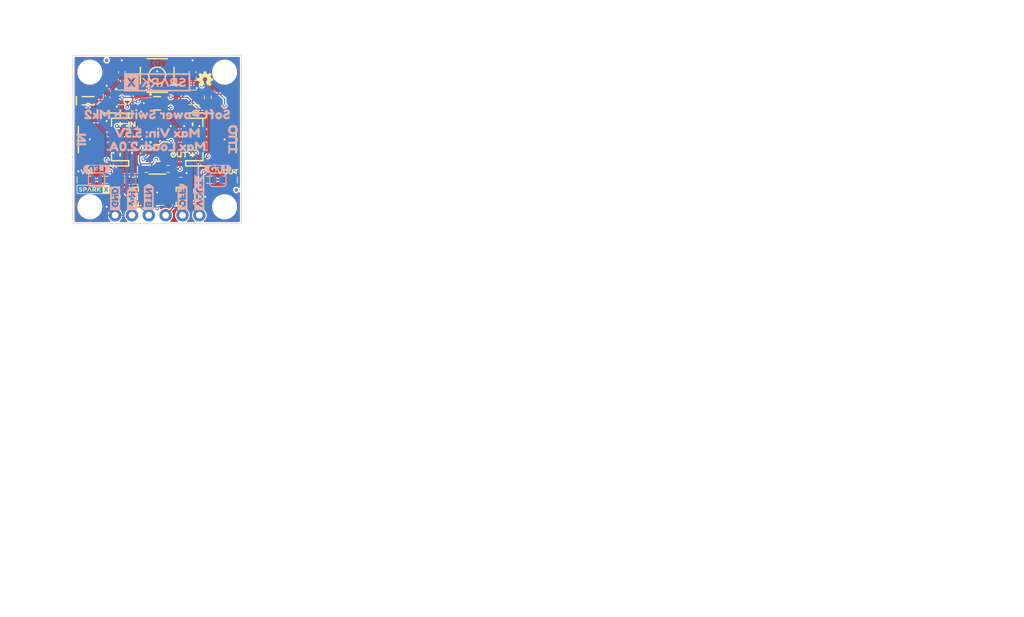
<source format=kicad_pcb>
(kicad_pcb (version 20240108) (generator "pcbnew") (generator_version "8.0")
  (title_block (title "SparkX Soft Power Switch Mk2") (date "2024-03-13") (rev "v01") (comment 1 "Designed by: Paul Clark"))
  (layers (0 "F.Cu" signal) (31 "B.Cu" signal) (34 "B.Paste" user) (35 "F.Paste" user) (36 "B.SilkS" user "B.Silkscreen") (37 "F.SilkS" user "F.Silkscreen") (38 "B.Mask" user) (39 "F.Mask" user) (44 "Edge.Cuts" user))
  (net 0 "")
  (net 1 "GND")
  (net 2 "BTN")
  (net 3 "Net-(C2-Pad1)")
  (net 4 "Net-(D2-A)")
  (net 5 "Net-(D3-A)")
  (net 8 "VOUT")
  (net 11 "Net-(JP1-A)")
  (net 12 "Net-(JP2-A)")
  (net 13 "Net-(Q1-G)")
  (net 14 "Net-(Q1-D)")
  (net 15 "Net-(U4-CLK)")
  (net 16 "Net-(U4-~{CLR})")
  (net 17 "Net-(Q3B-1)")
  (net 18 "Net-(Q2-G)")
  (net 19 "OFF")
  (net 20 "VIN")
  (net 21 "PUSH")
  (net 22 "Net-(Q3A-G)")
  (net 23 "Net-(Q3A-D)")
  (net 24 "EN")
  (footprint "SparkFun-Semiconductor-Standard:SOT23-6-Tight" (layer "F.Cu") (at 128.27 113.792)
    (property "Reference" "Q3")
    (property "Value" "SIL2308")
    (pad "1" smd rect (at -1.2 -0.95 270) (size 0.55 0.8) (layers "F.Cu" "F.Paste" "F.Mask") (net 22 "Net-(Q3A-G)"))
    (pad "2" smd rect (at -1.2 0 270) (size 0.55 0.8) (layers "F.Cu" "F.Paste" "F.Mask") (net 17 "Net-(Q3B-1)"))
    (pad "3" smd rect (at -1.2 0.95 270) (size 0.55 0.8) (layers "F.Cu" "F.Paste" "F.Mask") (net 23 "Net-(Q3A-D)"))
    (pad "4" smd rect (at 1.2 0.95 270) (size 0.55 0.8) (layers "F.Cu" "F.Paste" "F.Mask") (net 8 "VOUT"))
    (pad "5" smd rect (at 1.2 0 90) (size 0.55 0.8) (layers "F.Cu" "F.Paste" "F.Mask") (net 1 "GND"))
    (pad "6" smd rect (at 1.2 -0.95 270) (size 0.55 0.8) (layers "F.Cu" "F.Paste" "F.Mask") (net 23 "Net-(Q3A-D)"))
  )
  (footprint "SparkFun-Aesthetic:Creative_Commons_License" (layer "F.Cu") (at 212.09 168.148)
    (property "Reference" "G3" (hide yes))
    (property "Value" "OSHW_Logo" (hide yes))
  )
  (footprint "SparkFun-Semiconductor-Standard:SOT-353" (layer "F.Cu") (at 122.936 105.41)
    (property "Reference" "U2")
    (property "Value" "74LVC1G14")
    (pad "1" smd rect (at -0.8 -0.65 270) (size 0.3 0.7) (layers "F.Cu" "F.Paste" "F.Mask"))
    (pad "2" smd rect (at -0.8 0 270) (size 0.3 0.7) (layers "F.Cu" "F.Paste" "F.Mask") (net 2 "BTN"))
    (pad "3" smd rect (at -0.8 0.65 270) (size 0.3 0.7) (layers "F.Cu" "F.Paste" "F.Mask") (net 1 "GND"))
    (pad "4" smd rect (at 0.8 0.65 270) (size 0.3 0.7) (layers "F.Cu" "F.Paste" "F.Mask") (net 15 "Net-(U4-CLK)"))
    (pad "5" smd rect (at 0.8 -0.65 270) (size 0.3 0.7) (layers "F.Cu" "F.Paste" "F.Mask") (net 20 "VIN"))
  )
  (footprint "SparkFun-Connector:1x06" (layer "F.Cu") (at 134.62 123.19 180)
    (property "Reference" "J3")
    (property "Value" "Conn_01x06")
    (pad "1" thru_hole circle (at 0 0 270) (size 1.8796 1.8796) (drill 1.016) (layers "*.Cu" "*.Mask") (net 8 "VOUT"))
    (pad "2" thru_hole circle (at 2.54 0 270) (size 1.8796 1.8796) (drill 1.016) (layers "*.Cu" "*.Mask") (net 19 "OFF"))
    (pad "3" thru_hole circle (at 5.08 0 270) (size 1.8796 1.8796) (drill 1.016) (layers "*.Cu" "*.Mask") (net 21 "PUSH"))
    (pad "4" thru_hole circle (at 7.62 0 270) (size 1.8796 1.8796) (drill 1.016) (layers "*.Cu" "*.Mask") (net 2 "BTN"))
    (pad "5" thru_hole circle (at 10.16 0 270) (size 1.8796 1.8796) (drill 1.016) (layers "*.Cu" "*.Mask") (net 20 "VIN"))
    (pad "6" thru_hole circle (at 12.7 0 270) (size 1.8796 1.8796) (drill 1.016) (layers "*.Cu" "*.Mask") (net 1 "GND"))
  )
  (footprint "kibuzzard-65F1758C" (layer "F.Cu") (at 124.46 109.474)
    (property "Reference" "kibuzzard-65F1758C" (hide yes))
    (property "Value" "G***" (hide yes))
  )
  (footprint "SparkFun-Resistor:R_0603_1608Metric" (layer "F.Cu") (at 134.366 120.396 -90)
    (property "Reference" "R8")
    (property "Value" "1k")
    (pad "1" smd roundrect (at -0.825 0 270) (size 0.8 0.95) (layers "F.Cu" "F.Paste" "F.Mask") (net 15 "Net-(U4-CLK)"))
    (pad "2" smd roundrect (at 0.825 0 270) (size 0.8 0.95) (layers "F.Cu" "F.Paste" "F.Mask") (net 18 "Net-(Q2-G)"))
  )
  (footprint "SparkFun-Resistor:R_0603_1608Metric" (layer "F.Cu") (at 135.89 117.856)
    (property "Reference" "R4")
    (property "Value" "10k")
    (pad "1" smd roundrect (at -0.825 0) (size 0.8 0.95) (layers "F.Cu" "F.Paste" "F.Mask") (net 12 "Net-(JP2-A)"))
    (pad "2" smd roundrect (at 0.825 0) (size 0.8 0.95) (layers "F.Cu" "F.Paste" "F.Mask") (net 5 "Net-(D3-A)"))
  )
  (footprint "SparkFun-Resistor:R_0603_1608Metric" (layer "F.Cu") (at 135.89 105.41 90)
    (property "Reference" "R1")
    (property "Value" "1k")
    (pad "1" smd roundrect (at -0.825 0 90) (size 0.8 0.95) (layers "F.Cu" "F.Paste" "F.Mask") (net 20 "VIN"))
    (pad "2" smd roundrect (at 0.825 0 90) (size 0.8 0.95) (layers "F.Cu" "F.Paste" "F.Mask") (net 2 "BTN"))
  )
  (footprint "SparkFun-Hardware:Standoff" (layer "F.Cu") (at 138.43 121.92)
    (property "Reference" "ST4")
    (property "Value" "Stand_off")
    (pad "" np_thru_hole circle (at 0 0) (size 3.302 3.302) (drill 3.302) (layers "F&B.Cu" "*.Mask"))
  )
  (footprint "SparkFun-LED:LED_0603_1608Metric_Red" (layer "F.Cu") (at 138.938 117.856 180)
    (property "Reference" "D3")
    (property "Value" "Red")
    (pad "1" smd roundrect (at -0.7875 0 180) (size 0.875 0.95) (layers "F.Cu" "F.Paste" "F.Mask") (net 1 "GND"))
    (pad "2" smd roundrect (at 0.7875 0 180) (size 0.875 0.95) (layers "F.Cu" "F.Paste" "F.Mask") (net 5 "Net-(D3-A)"))
  )
  (footprint "SparkFun-Aesthetic:Fiducial_0.5mm_Mask1mm" (layer "F.Cu") (at 140.208 119.38)
    (property "Reference" "FID4")
    (property "Value" "Fiducial_0.5mm")
    (pad "" smd circle (at 0 0) (size 0.5 0.5) (layers "F.Cu" "F.Mask") (clearance 0.25))
  )
  (footprint "SparkFun-Aesthetic:SparkX_Logo_5mm" (layer "F.Cu") (at 118.618 119.2784)
    (property "Reference" "G***")
    (property "Value" "LOGO" (hide yes))
  )
  (footprint "SparkFun-Semiconductor-Standard:SOT23-3" (layer "F.Cu") (at 124.714 120.396)
    (property "Reference" "Q1")
    (property "Value" "BSS138")
    (pad "1" smd rect (at -1 -0.95 270) (size 0.8 0.9) (layers "F.Cu" "F.Paste" "F.Mask") (net 13 "Net-(Q1-G)"))
    (pad "2" smd rect (at -1 0.95 270) (size 0.8 0.9) (layers "F.Cu" "F.Paste" "F.Mask") (net 1 "GND"))
    (pad "3" smd rect (at 1.1 0 270) (size 0.8 0.9) (layers "F.Cu" "F.Paste" "F.Mask") (net 14 "Net-(Q1-D)"))
  )
  (footprint "SparkFun-Aesthetic:Fiducial_0.5mm_Mask1mm" (layer "F.Cu") (at 120.65 99.822)
    (property "Reference" "FID1")
    (property "Value" "Fiducial_0.5mm")
    (pad "" smd circle (at 0 0) (size 0.5 0.5) (layers "F.Cu" "F.Mask") (clearance 0.25))
  )
  (footprint "SparkFun-Resistor:R_0603_1608Metric" (layer "F.Cu") (at 122.174 120.396 -90)
    (property "Reference" "R6")
    (property "Value" "1k")
    (pad "1" smd roundrect (at -0.825 0 270) (size 0.8 0.95) (layers "F.Cu" "F.Paste" "F.Mask") (net 13 "Net-(Q1-G)"))
    (pad "2" smd roundrect (at 0.825 0 270) (size 0.8 0.95) (layers "F.Cu" "F.Paste" "F.Mask") (net 19 "OFF"))
  )
  (footprint "SparkFun-Connector:JST_SMD_2.0mm-2" (layer "F.Cu") (at 137.16 111.76 -90)
    (property "Reference" "J2")
    (property "Value" "JST_2mm_LiPo")
    (pad "1" smd rect (at -1 3.7 270) (size 1 4.6) (layers "F.Cu" "F.Paste" "F.Mask") (net 1 "GND"))
    (pad "2" smd rect (at 1 3.7 270) (size 1 4.6) (layers "F.Cu" "F.Paste" "F.Mask") (net 8 "VOUT"))
    (pad "NC1" smd rect (at -3.4 -1.5) (size 3.4 1.6) (layers "F.Cu" "F.Paste" "F.Mask"))
    (pad "NC2" smd rect (at 3.4 -1.5) (size 3.4 1.6) (layers "F.Cu" "F.Paste" "F.Mask"))
  )
  (footprint "kibuzzard-65F0636B" (layer "F.Cu") (at 138.938 116.6368)
    (property "Reference" "kibuzzard-65F0636B" (hide yes))
    (property "Value" "G***" (hide yes))
  )
  (footprint "SparkFun-Resistor:R_0603_1608Metric" (layer "F.Cu") (at 120.65 117.856 180)
    (property "Reference" "R3")
    (property "Value" "10k")
    (pad "1" smd roundrect (at -0.825 0 180) (size 0.8 0.95) (layers "F.Cu" "F.Paste" "F.Mask") (net 11 "Net-(JP1-A)"))
    (pad "2" smd roundrect (at 0.825 0 180) (size 0.8 0.95) (layers "F.Cu" "F.Paste" "F.Mask") (net 4 "Net-(D2-A)"))
  )
  (footprint "SparkFun-Capacitor:C_0603_1608Metric" (layer "F.Cu") (at 133.604 101.6 90)
    (property "Reference" "C4")
    (property "Value" "0.1uF")
    (pad "1" smd roundrect (at -0.775 0 90) (size 0.9 0.95) (layers "F.Cu" "F.Paste" "F.Mask") (net 20 "VIN"))
    (pad "2" smd roundrect (at 0.775 0 90) (size 0.9 0.95) (layers "F.Cu" "F.Paste" "F.Mask") (net 1 "GND"))
  )
  (footprint "kibuzzard-65F04FCA" (layer "F.Cu") (at 122.682 114.046 90)
    (property "Reference" "kibuzzard-65F04FCA" (hide yes))
    (property "Value" "G***" (hide yes))
  )
  (footprint "SparkFun-Resistor:R_0603_1608Metric" (layer "F.Cu") (at 124.714 117.983)
    (property "Reference" "R5")
    (property "Value" "100")
    (pad "1" smd roundrect (at -0.825 0) (size 0.8 0.95) (layers "F.Cu" "F.Paste" "F.Mask") (net 3 "Net-(C2-Pad1)"))
    (pad "2" smd roundrect (at 0.825 0) (size 0.8 0.95) (layers "F.Cu" "F.Paste" "F.Mask") (net 14 "Net-(Q1-D)"))
  )
  (footprint "kibuzzard-65F04F60" (layer "F.Cu") (at 122.682 109.474)
    (property "Reference" "kibuzzard-65F04F60" (hide yes))
    (property "Value" "G***" (hide yes))
  )
  (footprint "SparkFun-Capacitor:EIA-3528" (layer "F.Cu") (at 128.27 119.38 -90)
    (property "Reference" "C2")
    (property "Value" "47uF")
    (pad "1" smd roundrect (at -1.5375 0 270) (size 1.325 2.35) (layers "F.Cu" "F.Paste" "F.Mask") (roundrect_rratio 0.188679) (net 3 "Net-(C2-Pad1)"))
    (pad "2" smd roundrect (at 1.5375 0 270) (size 1.325 2.35) (layers "F.Cu" "F.Paste" "F.Mask") (roundrect_rratio 0.188679) (net 1 "GND"))
  )
  (footprint "SparkFun-Capacitor:C_0603_1608Metric" (layer "F.Cu") (at 122.936 101.6 90)
    (property "Reference" "C3")
    (property "Value" "1.0uF")
    (pad "1" smd roundrect (at -0.775 0 90) (size 0.9 0.95) (layers "F.Cu" "F.Paste" "F.Mask") (net 20 "VIN"))
    (pad "2" smd roundrect (at 0.775 0 90) (size 0.9 0.95) (layers "F.Cu" "F.Paste" "F.Mask") (net 1 "GND"))
  )
  (footprint "SparkFun-Semiconductor-Standard:SOT-323" (layer "F.Cu") (at 128.27 106.299)
    (property "Reference" "U4")
    (property "Value" "74LVC1G175")
    (pad "1" smd rect (at -0.92 -0.65 90) (size 0.3 0.66) (layers "F.Cu" "F.Paste" "F.Mask") (net 15 "Net-(U4-CLK)"))
    (pad "2" smd rect (at -0.92 0 90) (size 0.3 0.66) (layers "F.Cu" "F.Paste" "F.Mask") (net 1 "GND"))
    (pad "3" smd rect (at -0.92 0.65 90) (size 0.3 0.66) (layers "F.Cu" "F.Paste" "F.Mask") (net 20 "VIN"))
    (pad "4" smd rect (at 0.92 0.65 90) (size 0.3 0.66) (layers "F.Cu" "F.Paste" "F.Mask") (net 24 "EN"))
    (pad "5" smd rect (at 0.92 0 90) (size 0.3 0.66) (layers "F.Cu" "F.Paste" "F.Mask") (net 20 "VIN"))
    (pad "6" smd rect (at 0.92 -0.65 90) (size 0.3 0.66) (layers "F.Cu" "F.Paste" "F.Mask") (net 16 "Net-(U4-~{CLR})"))
  )
  (footprint "SparkFun-Semiconductor-Standard:SOD-323" (layer "F.Cu") (at 117.856 105.918)
    (property "Reference" "D1")
    (property "Value" "BAS16J")
    (pad "A" smd rect (at 1.15 0) (size 0.63 0.83) (layers "F.Cu" "F.Paste" "F.Mask") (net 2 "BTN"))
    (pad "C" smd rect (at -1.15 0) (size 0.63 0.83) (layers "F.Cu" "F.Paste" "F.Mask") (net 3 "Net-(C2-Pad1)"))
  )
  (footprint "SparkFun-Hardware:Standoff" (layer "F.Cu") (at 138.43 101.6)
    (property "Reference" "ST3")
    (property "Value" "Stand_off")
    (pad "" np_thru_hole circle (at 0 0) (size 3.302 3.302) (drill 3.302) (layers "F&B.Cu" "*.Mask"))
  )
  (footprint "kibuzzard-65F04F60" (layer "F.Cu") (at 133.604 114.046)
    (property "Reference" "kibuzzard-65F04F60" (hide yes))
    (property "Value" "G***" (hide yes))
  )
  (footprint "SparkFun-Resistor:R_0603_1608Metric" (layer "F.Cu") (at 131.826 117.983)
    (property "Reference" "R7")
    (property "Value" "10k")
    (pad "1" smd roundrect (at -0.825 0) (size 0.8 0.95) (layers "F.Cu" "F.Paste" "F.Mask") (net 19 "OFF"))
    (pad "2" smd roundrect (at 0.825 0) (size 0.8 0.95) (layers "F.Cu" "F.Paste" "F.Mask") (net 1 "GND"))
  )
  (footprint "SparkFun-Semiconductor-Standard:SOT-353" (layer "F.Cu") (at 133.604 105.41 180)
    (property "Reference" "U3")
    (property "Value" "74LVC1G17")
    (pad "1" smd rect (at -0.8 -0.65 90) (size 0.3 0.7) (layers "F.Cu" "F.Paste" "F.Mask"))
    (pad "2" smd rect (at -0.8 0 90) (size 0.3 0.7) (layers "F.Cu" "F.Paste" "F.Mask") (net 3 "Net-(C2-Pad1)"))
    (pad "3" smd rect (at -0.8 0.65 90) (size 0.3 0.7) (layers "F.Cu" "F.Paste" "F.Mask") (net 1 "GND"))
    (pad "4" smd rect (at 0.8 0.65 90) (size 0.3 0.7) (layers "F.Cu" "F.Paste" "F.Mask") (net 16 "Net-(U4-~{CLR})"))
    (pad "5" smd rect (at 0.8 -0.65 90) (size 0.3 0.7) (layers "F.Cu" "F.Paste" "F.Mask") (net 20 "VIN"))
  )
  (footprint "SparkFun-Resistor:R_0603_1608Metric" (layer "F.Cu") (at 138.43 105.918)
    (property "Reference" "R2")
    (property "Value" "200k")
    (pad "1" smd roundrect (at -0.825 0) (size 0.8 0.95) (layers "F.Cu" "F.Paste" "F.Mask") (net 3 "Net-(C2-Pad1)"))
    (pad "2" smd roundrect (at 0.825 0) (size 0.8 0.95) (layers "F.Cu" "F.Paste" "F.Mask") (net 2 "BTN"))
  )
  (footprint "SparkFun-Connector:JST_SMD_2.0mm-2" (layer "F.Cu") (at 119.38 111.76 90)
    (property "Reference" "J1")
    (property "Value" "JST_2mm_LiPo")
    (pad "1" smd rect (at -1 3.7 90) (size 1 4.6) (layers "F.Cu" "F.Paste" "F.Mask") (net 1 "GND"))
    (pad "2" smd rect (at 1 3.7 90) (size 1 4.6) (layers "F.Cu" "F.Paste" "F.Mask") (net 20 "VIN"))
    (pad "NC1" smd rect (at -3.4 -1.5 180) (size 3.4 1.6) (layers "F.Cu" "F.Paste" "F.Mask"))
    (pad "NC2" smd rect (at 3.4 -1.5 180) (size 3.4 1.6) (layers "F.Cu" "F.Paste" "F.Mask"))
  )
  (footprint "kibuzzard-65F0634B" (layer "F.Cu") (at 117.602 116.6368)
    (property "Reference" "kibuzzard-65F0634B" (hide yes))
    (property "Value" "G***" (hide yes))
  )
  (footprint "SparkFun-Resistor:R_0603_1608Metric" (layer "F.Cu") (at 129.921 116.205)
    (property "Reference" "R9")
    (property "Value" "1k")
    (pad "1" smd roundrect (at -0.825 0) (size 0.8 0.95) (layers "F.Cu" "F.Paste" "F.Mask") (net 22 "Net-(Q3A-G)"))
    (pad "2" smd roundrect (at 0.825 0) (size 0.8 0.95) (layers "F.Cu" "F.Paste" "F.Mask") (net 24 "EN"))
  )
  (footprint "SparkFun-LED:LED_0603_1608Metric_Red" (layer "F.Cu") (at 117.602 117.856)
    (property "Reference" "D2")
    (property "Value" "Red")
    (pad "1" smd roundrect (at -0.7875 0) (size 0.875 0.95) (layers "F.Cu" "F.Paste" "F.Mask") (net 1 "GND"))
    (pad "2" smd roundrect (at 0.7875 0) (size 0.875 0.95) (layers "F.Cu" "F.Paste" "F.Mask") (net 4 "Net-(D2-A)"))
  )
  (footprint "SparkFun-Switch:Push_SMD_5.2x5.2mm_h1.9mm" (layer "F.Cu") (at 128.27 102.108)
    (property "Reference" "SW1")
    (property "Value" "SMD_5.2x5.2mm_h1.9mm")
    (pad "1" smd rect (at -2.794 -1.905 90) (size 0.762 1.524) (layers "F.Cu" "F.Paste" "F.Mask") (net 1 "GND"))
    (pad "1" smd rect (at 2.794 -1.905 90) (size 0.762 1.524) (layers "F.Cu" "F.Paste" "F.Mask") (net 1 "GND"))
    (pad "2" smd rect (at -2.794 1.905 90) (size 0.762 1.524) (layers "F.Cu" "F.Paste" "F.Mask") (net 2 "BTN"))
    (pad "2" smd rect (at 2.794 1.905 90) (size 0.762 1.524) (layers "F.Cu" "F.Paste" "F.Mask") (net 2 "BTN"))
  )
  (footprint "SparkFun-Capacitor:C_0603_1608Metric" (layer "F.Cu") (at 120.65 105.41 90)
    (property "Reference" "C1")
    (property "Value" "1.0uF")
    (pad "1" smd roundrect (at -0.775 0 90) (size 0.9 0.95) (layers "F.Cu" "F.Paste" "F.Mask") (net 2 "BTN"))
    (pad "2" smd roundrect (at 0.775 0 90) (size 0.9 0.95) (layers "F.Cu" "F.Paste" "F.Mask") (net 1 "GND"))
  )
  (footprint "SparkFun-Resistor:R_0603_1608Metric" (layer "F.Cu") (at 126.619 116.205 180)
    (property "Reference" "R10")
    (property "Value" "100k")
    (pad "1" smd roundrect (at -0.825 0 180) (size 0.8 0.95) (layers "F.Cu" "F.Paste" "F.Mask") (net 23 "Net-(Q3A-D)"))
    (pad "2" smd roundrect (at 0.825 0 180) (size 0.8 0.95) (layers "F.Cu" "F.Paste" "F.Mask") (net 17 "Net-(Q3B-1)"))
  )
  (footprint "kibuzzard-65F04FCA" (layer "F.Cu") (at 133.604 109.474 90)
    (property "Reference" "kibuzzard-65F04FCA" (hide yes))
    (property "Value" "G***" (hide yes))
  )
  (footprint "SparkFun-Hardware:Standoff" (layer "F.Cu") (at 118.11 101.6)
    (property "Reference" "ST1")
    (property "Value" "Stand_off")
    (pad "" np_thru_hole circle (at 0 0) (size 3.302 3.302) (drill 3.302) (layers "F&B.Cu" "*.Mask"))
  )
  (footprint "SparkFun-Fuse:1210" (layer "F.Cu") (at 128.27 109.855 90)
    (property "Reference" "F1")
    (property "Value" "6V/2.0A/4.0A")
    (pad "1" smd rect (at -1.5 0 90) (size 1 2.8) (layers "F.Cu" "F.Paste" "F.Mask") (net 17 "Net-(Q3B-1)"))
    (pad "2" smd rect (at 1.5 0 90) (size 1 2.8) (layers "F.Cu" "F.Paste" "F.Mask") (net 20 "VIN"))
  )
  (footprint "SparkFun-Aesthetic:OSHW_Logo_2.5mm" (layer "F.Cu") (at 135.4836 102.7176)
    (property "Reference" "Ref**" (hide yes))
    (property "Value" "Val**" (hide yes))
  )
  (footprint "SparkFun-Semiconductor-Standard:SOT23-3" (layer "F.Cu") (at 131.826 120.396 180)
    (property "Reference" "Q2")
    (property "Value" "BSS138")
    (pad "1" smd rect (at -1 -0.95 90) (size 0.8 0.9) (layers "F.Cu" "F.Paste" "F.Mask") (net 18 "Net-(Q2-G)"))
    (pad "2" smd rect (at -1 0.95 90) (size 0.8 0.9) (layers "F.Cu" "F.Paste" "F.Mask") (net 1 "GND"))
    (pad "3" smd rect (at 1.1 0 90) (size 0.8 0.9) (layers "F.Cu" "F.Paste" "F.Mask") (net 21 "PUSH"))
  )
  (footprint "kibuzzard-65F174FD" (layer "F.Cu") (at 131.572 114.046)
    (property "Reference" "kibuzzard-65F174FD" (hide yes))
    (property "Value" "G***" (hide yes))
  )
  (footprint "SparkFun-Hardware:Standoff" (layer "F.Cu") (at 118.11 121.92)
    (property "Reference" "ST2")
    (property "Value" "Stand_off")
    (pad "" np_thru_hole circle (at 0 0) (size 3.302 3.302) (drill 3.302) (layers "F&B.Cu" "*.Mask"))
  )
  (footprint "SparkFun-Aesthetic:Fiducial_0.5mm_Mask1mm" (layer "B.Cu") (at 120.65 99.822 180)
    (property "Reference" "FID3")
    (property "Value" "Fiducial_0.5mm")
    (pad "" smd circle (at 0 0 180) (size 0.5 0.5) (layers "B.Cu" "B.Mask") (clearance 0.25))
  )
  (footprint "kibuzzard-65F05472" (layer "B.Cu") (at 116.84 111.76 90)
    (property "Reference" "kibuzzard-65F05472" (hide yes))
    (property "Value" "G***" (hide yes))
  )
  (footprint "kibuzzard-65F056F7" (layer "B.Cu") (at 134.62 119.761 90)
    (property "Reference" "kibuzzard-65F056F7" (hide yes))
    (property "Value" "G***" (hide yes))
  )
  (footprint "SparkFun-Aesthetic:Fiducial_0.5mm_Mask1mm" (layer "B.Cu") (at 140.208 119.38 180)
    (property "Reference" "FID2")
    (property "Value" "Fiducial_0.5mm")
    (pad "" smd circle (at 0 0 180) (size 0.5 0.5) (layers "B.Cu" "B.Mask") (clearance 0.25))
  )
  (footprint "kibuzzard-65F054C3" (layer "B.Cu") (at 137.414 116.205 180)
    (property "Reference" "kibuzzard-65F054C3" (hide yes))
    (property "Value" "G***" (hide yes))
  )
  (footprint "kibuzzard-65F05604" (layer "B.Cu") (at 121.92 120.65 90)
    (property "Reference" "kibuzzard-65F05604" (hide yes))
    (property "Value" "G***" (hide yes))
  )
  (footprint "SparkFun-Jumper:Jumper_2_NC_Trace" (layer "B.Cu") (at 137.414 117.856)
    (property "Reference" "JP2")
    (property "Value" "~")
    (fp_poly (pts (xy -0.25 0.15) (xy 0.25 0.15) (xy 0.25 -0.15) (xy -0.25 -0.15)) (fill solid) (layer "B.Cu"))
    (pad "1" smd rect (at -0.5207 0) (size 0.6604 1.27) (layers "B.Cu" "B.Mask") (net 12 "Net-(JP2-A)"))
    (pad "2" smd rect (at 0.5207 0) (size 0.6604 1.27) (layers "B.Cu" "B.Mask") (net 8 "VOUT"))
  )
  (footprint "kibuzzard-65F056D8" (layer "B.Cu") (at 132.08 120.396 90)
    (property "Reference" "kibuzzard-65F056D8" (hide yes))
    (property "Value" "G***" (hide yes))
  )
  (footprint "SparkFun-Jumper:Jumper_2_NC_Trace" (layer "B.Cu") (at 119.126 117.856 180)
    (property "Reference" "JP1")
    (property "Value" "~")
    (fp_poly (pts (xy -0.25 0.15) (xy 0.25 0.15) (xy 0.25 -0.15) (xy -0.25 -0.15)) (fill solid) (layer "B.Cu"))
    (pad "1" smd rect (at -0.5207 0 180) (size 0.6604 1.27) (layers "B.Cu" "B.Mask") (net 11 "Net-(JP1-A)"))
    (pad "2" smd rect (at 0.5207 0 180) (size 0.6604 1.27) (layers "B.Cu" "B.Mask") (net 20 "VIN"))
  )
  (footprint "SparkFun-Aesthetic:SparkX_Logo_10mm" (layer "B.Cu") (at 128.27 103.124 180)
    (property "Reference" "G***" (hide yes))
    (property "Value" "LOGO" (hide yes))
  )
  (footprint "kibuzzard-65F05628" (layer "B.Cu") (at 124.46 120.65 90)
    (property "Reference" "kibuzzard-65F05628" (hide yes))
    (property "Value" "G***" (hide yes))
  )
  (footprint "kibuzzard-65F05644" (layer "B.Cu") (at 127 120.396 90)
    (property "Reference" "kibuzzard-65F05644" (hide yes))
    (property "Value" "G***" (hide yes))
  )
  (footprint "kibuzzard-65F054C3" (layer "B.Cu") (at 119.126 116.205 180)
    (property "Reference" "kibuzzard-65F054C3" (hide yes))
    (property "Value" "G***" (hide yes))
  )
  (footprint "kibuzzard-65F0543A" (layer "B.Cu") (at 128.27 112.776 180)
    (property "Reference" "kibuzzard-65F0543A" (hide yes))
    (property "Value" "G***" (hide yes))
  )
  (footprint "kibuzzard-65F05416" (layer "B.Cu") (at 128.27 110.744 180)
    (property "Reference" "kibuzzard-65F05416" (hide yes))
    (property "Value" "G***" (hide yes))
  )
  (footprint "kibuzzard-65F05495" (layer "B.Cu") (at 139.7 111.76 -90)
    (property "Reference" "kibuzzard-65F05495" (hide yes))
    (property "Value" "G***" (hide yes))
  )
  (footprint "kibuzzard-65F053F1" (layer "B.Cu") (at 128.27 107.95 180)
    (property "Reference" "kibuzzard-65F053F1" (hide yes))
    (property "Value" "G***" (hide yes))
  )
  (gr_rect (start 115.57 99.06) (end 140.97 124.46) (stroke (width 0.1)) (fill none) (layer "Edge.Cuts"))
  (gr_text "v01" (at 128.27 100.203 0) (layer "B.Cu" knockout) (effects (font (size 1.016 1.016) (thickness 0.254) (bold yes)) (justify mirror)))
  (segment (start 123.08 113.682) (end 123.19 113.792) (width 0.5588) (layer "F.Cu") (net 1))
  (segment (start 133.46 110.76) (end 133.46 109.838) (width 0.5588) (layer "F.Cu") (net 1))
  (segment (start 119.11 112.76) (end 118.11 111.76) (width 0.5588) (layer "F.Cu") (net 1))
  (segment (start 133.46 110.76) (end 137.43 110.76) (width 0.5588) (layer "F.Cu") (net 1))
  (segment (start 132.334 109.728) (end 133.35 109.728) (width 0.5588) (layer "F.Cu") (net 1))
  (segment (start 130.572 110.76) (end 130.302 110.49) (width 0.5588) (layer "F.Cu") (net 1))
  (segment (start 130.302 110.49) (end 130.302 109.728) (width 0.5588) (layer "F.Cu") (net 1))
  (segment (start 123.08 112.76) (end 119.11 112.76) (width 0.5588) (layer "F.Cu") (net 1))
  (segment (start 133.35 109.728) (end 134.62 109.728) (width 0.5588) (layer "F.Cu") (net 1))
  (segment (start 137.43 110.76) (end 138.43 111.76) (width 0.5588) (layer "F.Cu") (net 1))
  (segment (start 121.666 113.792) (end 123.19 113.792) (width 0.5588) (layer "F.Cu") (net 1))
  (segment (start 123.08 112.76) (end 123.08 113.682) (width 0.5588) (layer "F.Cu") (net 1))
  (segment (start 133.46 110.76) (end 130.572 110.76) (width 0.5588) (layer "F.Cu") (net 1))
  (segment (start 133.46 109.838) (end 133.35 109.728) (width 0.5588) (layer "F.Cu") (net 1))
  (segment (start 123.19 113.792) (end 124.46 113.792) (width 0.5588) (layer "F.Cu") (net 1))
  (segment (start 121.92 123.19) (end 120.65 121.92) (width 0.5588) (layer "F.Cu") (net 1))
  (via (at 130.7084 113.9952) (size 0.56) (drill 0.3) (layers "F.Cu" "B.Cu") (net 1))
  (via (at 128.27 101.473) (size 0.56) (drill 0.3) (layers "F.Cu" "B.Cu") (net 1))
  (via (at 120.65 103.632) (size 0.56) (drill 0.3) (layers "F.Cu" "B.Cu") (net 1))
  (via (at 134.239 104.013) (size 0.56) (drill 0.3) (layers "F.Cu" "B.Cu") (net 1))
  (via (at 116.3828 116.586) (size 0.56) (drill 0.3) (layers "F.Cu" "B.Cu") (net 1))
  (via (at 132.715 116.84) (size 0.56) (drill 0.3) (layers "F.Cu" "B.Cu") (net 1))
  (via (at 138.43 111.76) (size 0.56) (drill 0.3) (layers "F.Cu" "B.Cu") (net 1))
  (via (at 125.984 111.76) (size 0.56) (drill 0.3) (layers "F.Cu" "B.Cu") (net 1))
  (via (at 125.857 107.569) (size 0.56) (drill 0.3) (layers "F.Cu" "B.Cu") (net 1))
  (via (at 133.604 99.822) (size 0.56) (drill 0.3) (layers "F.Cu" "B.Cu") (net 1))
  (via (at 135.509 120.396) (size 0.56) (drill 0.3) (layers "F.Cu" "B.Cu") (net 1))
  (via (at 122.174 106.807) (size 0.56) (drill 0.3) (layers "F.Cu" "B.Cu") (net 1))
  (via (at 128.27 119.761) (size 0.56) (drill 0.3) (layers "F.Cu" "B.Cu") (net 1))
  (via (at 118.11 111.76) (size 0.56) (drill 0.3) (layers "F.Cu" "B.Cu") (net 1))
  (via (at 121.666 113.792) (size 0.56) (drill 0.3) (layers "F.Cu" "B.Cu") (net 1))
  (via (at 126.238 106.299) (size 0.56) (drill 0.3) (layers "F.Cu" "B.Cu") (net 1))
  (via (at 139.9032 116.6876) (size 0.56) (drill 0.3) (layers "F.Cu" "B.Cu") (net 1))
  (via (at 132.334 109.728) (size 0.56) (drill 0.3) (layers "F.Cu" "B.Cu") (net 1))
  (via (at 120.65 121.92) (size 0.56) (drill 0.3) (layers "F.Cu" "B.Cu") (net 1))
  (via (at 122.936 99.822) (size 0.56) (drill 0.3) (layers "F.Cu" "B.Cu") (net 1))
  (via (at 120.65 108.966) (size 0.56) (drill 0.3) (layers "F.Cu" "B.Cu") (net 1))
  (via (at 134.62 109.728) (size 0.56) (drill 0.3) (layers "F.Cu" "B.Cu") (net 1))
  (via (at 124.46 113.792) (size 0.56) (drill 0.3) (layers "F.Cu" "B.Cu") (net 1))
  (via (at 130.302 109.728) (size 0.56) (drill 0.3) (layers "F.Cu" "B.Cu") (net 1))
  (segment (start 121.92 123.19) (end 120.65 121.92) (width 0.5588) (layer "B.Cu") (net 1))
  (segment (start 120.65 106.185) (end 121.425 105.41) (width 0.1778) (layer "F.Cu") (net 2))
  (segment (start 121.425 105.41) (end 122.136 105.41) (width 0.1778) (layer "F.Cu") (net 2))
  (segment (start 135.001 103.632) (end 135.636 103.632) (width 0.1778) (layer "F.Cu") (net 2))
  (segment (start 131.064 104.013) (end 127 104.013) (width 0.1778) (layer "F.Cu") (net 2))
  (segment (start 135.89 103.886) (end 135.89 104.585) (width 0.1778) (layer "F.Cu") (net 2))
  (segment (start 139.255 105.918) (end 138.239 104.902) (width 0.1778) (layer "F.Cu") (net 2))
  (segment (start 119.006 105.918) (end 120.383 105.918) (width 0.1778) (layer "F.Cu") (net 2))
  (segment (start 136.716 104.585) (end 135.89 104.585) (width 0.1778) (layer "F.Cu") (net 2))
  (segment (start 120.383 105.918) (end 120.65 106.185) (width 0.1778) (layer "F.Cu") (net 2))
  (segment (start 137.033 104.902) (end 136.716 104.585) (width 0.1778) (layer "F.Cu") (net 2))
  (segment (start 135.636 103.632) (end 135.89 103.886) (width 0.1778) (layer "F.Cu") (net 2))
  (segment (start 122.136 105.41) (end 122.936 105.41) (width 0.1778) (layer "F.Cu") (net 2))
  (segment (start 138.239 104.902) (end 137.033 104.902) (width 0.1778) (layer "F.Cu") (net 2))
  (segment (start 127 104.013) (end 125.476 104.013) (width 0.1778) (layer "F.Cu") (net 2))
  (via (at 127 104.013) (size 0.56) (drill 0.3) (layers "F.Cu" "B.Cu") (net 2))
  (via (at 135.001 103.632) (size 0.56) (drill 0.3) (layers "F.Cu" "B.Cu") (net 2))
  (via (at 122.936 105.41) (size 0.56) (drill 0.3) (layers "F.Cu" "B.Cu") (net 2))
  (segment (start 122.936 107.442) (end 122.936 105.41) (width 0.1778) (layer "B.Cu") (net 2))
  (segment (start 127 105.41) (end 122.936 105.41) (width 0.1778) (layer "B.Cu") (net 2))
  (segment (start 127 104.013) (end 127 105.41) (width 0.1778) (layer "B.Cu") (net 2))
  (segment (start 127 123.19) (end 125.095 121.285) (width 0.1778) (layer "B.Cu") (net 2))
  (segment (start 127.635 103.378) (end 127 104.013) (width 0.1778) (layer "B.Cu") (net 2))
  (segment (start 135.001 103.632) (end 134.747 103.378) (width 0.1778) (layer "B.Cu") (net 2))
  (segment (start 134.747 103.378) (end 127.635 103.378) (width 0.1778) (layer "B.Cu") (net 2))
  (segment (start 125.095 109.601) (end 122.936 107.442) (width 0.1778) (layer "B.Cu") (net 2))
  (segment (start 125.095 121.285) (end 125.095 109.601) (width 0.1778) (layer "B.Cu") (net 2))
  (segment (start 117.856 106.68) (end 117.3445 106.68) (width 0.1778) (layer "F.Cu") (net 3))
  (segment (start 138.43 106.68) (end 138.367 106.68) (width 0.1778) (layer "F.Cu") (net 3))
  (segment (start 116.706 106.0415) (end 116.706 105.918) (width 0.1778) (layer "F.Cu") (net 3))
  (segment (start 123.889 117.158) (end 123.825 117.094) (width 0.1778) (layer "F.Cu") (net 3))
  (segment (start 127.557 117.905) (end 126.746 117.094) (width 0.1778) (layer "F.Cu") (net 3))
  (segment (start 123.889 117.983) (end 123.889 117.158) (width 0.1778) (layer "F.Cu") (net 3))
  (segment (start 122.936 117.094) (end 120.65 114.808) (width 0.1778) (layer "F.Cu") (net 3))
  (segment (start 123.825 117.094) (end 122.936 117.094) (width 0.1778) (layer "F.Cu") (net 3))
  (segment (start 128.27 117.905) (end 127.557 117.905) (width 0.1778) (layer "F.Cu") (net 3))
  (segment (start 134.404 105.41) (end 136.398 105.41) (width 0.1778) (layer "F.Cu") (net 3))
  (segment (start 136.398 105.41) (end 136.906 105.918) (width 0.1778) (layer "F.Cu") (net 3))
  (segment (start 138.367 106.68) (end 137.605 105.918) (width 0.1778) (layer "F.Cu") (net 3))
  (segment (start 120.65 114.808) (end 120.714 114.808) (width 0.1778) (layer "F.Cu") (net 3))
  (segment (start 117.3445 106.68) (end 116.706 106.0415) (width 0.1778) (layer "F.Cu") (net 3))
  (segment (start 136.906 105.918) (end 137.605 105.918) (width 0.1778) (layer "F.Cu") (net 3))
  (segment (start 126.746 117.094) (end 123.825 117.094) (width 0.1778) (layer "F.Cu") (net 3))
  (via (at 120.65 114.808) (size 0.56) (drill 0.3) (layers "F.Cu" "B.Cu") (net 3))
  (via (at 138.43 106.68) (size 0.56) (drill 0.3) (layers "F.Cu" "B.Cu") (net 3))
  (via (at 117.856 106.68) (size 0.56) (drill 0.3) (layers "F.Cu" "B.Cu") (net 3))
  (segment (start 117.856 108.077) (end 120.65 110.871) (width 0.1778) (layer "B.Cu") (net 3))
  (segment (start 117.856 106.68) (end 118.745 106.68) (width 0.1778) (layer "B.Cu") (net 3))
  (segment (start 118.745 106.68) (end 122.809 102.616) (width 0.1778) (layer "B.Cu") (net 3))
  (segment (start 120.65 110.871) (end 120.65 114.808) (width 0.1778) (layer "B.Cu") (net 3))
  (segment (start 117.856 106.68) (end 117.856 108.077) (width 0.1778) (layer "B.Cu") (net 3))
  (segment (start 135.382 102.616) (end 138.43 105.664) (width 0.1778) (layer "B.Cu") (net 3))
  (segment (start 138.43 105.664) (end 138.43 106.68) (width 0.1778) (layer "B.Cu") (net 3))
  (segment (start 122.809 102.616) (end 135.382 102.616) (width 0.1778) (layer "B.Cu") (net 3))
  (segment (start 118.3895 117.856) (end 119.825 117.856) (width 0.1778) (layer "F.Cu") (net 4))
  (segment (start 138.1505 117.856) (end 136.715 117.856) (width 0.1778) (layer "F.Cu") (net 5))
  (segment (start 133.096 113.792) (end 133.46 113.792) (width 0.5588) (layer "F.Cu") (net 8))
  (segment (start 133.46 113.792) (end 133.46 112.76) (width 0.5588) (layer "F.Cu") (net 8))
  (segment (start 133.096 113.792) (end 132.146 114.742) (width 0.5588) (layer "F.Cu") (net 8))
  (segment (start 134.112 113.792) (end 133.46 113.792) (width 0.5588) (layer "F.Cu") (net 8))
  (segment (start 132.146 114.742) (end 129.47 114.742) (width 0.5588) (layer "F.Cu") (net 8))
  (via (at 134.112 113.792) (size 0.56) (drill 0.3) (layers "F.Cu" "B.Cu") (net 8))
  (via (at 133.096 113.792) (size 0.56) (drill 0.3) (layers "F.Cu" "B.Cu") (net 8))
  (segment (start 137.9347 117.856) (end 137.9347 116.8527) (width 0.1778) (layer "B.Cu") (net 8))
  (segment (start 136.906 115.824) (end 134.112 115.824) (width 0.1778) (layer "B.Cu") (net 8))
  (segment (start 137.9347 116.8527) (end 136.906 115.824) (width 0.1778) (layer "B.Cu") (net 8))
  (segment (start 134.112 122.682) (end 134.62 123.19) (width 0.5588) (layer "B.Cu") (net 8))
  (segment (start 134.112 115.824) (end 134.112 122.682) (width 0.5588) (layer "B.Cu") (net 8))
  (segment (start 134.112 113.792) (end 134.112 115.824) (width 0.5588) (layer "B.Cu") (net 8))
  (segment (start 134.112 113.792) (end 133.096 113.792) (width 0.5588) (layer "B.Cu") (net 8))
  (segment (start 121.158 116.586) (end 121.475 116.903) (width 0.1778) (layer "F.Cu") (net 11))
  (segment (start 121.475 116.903) (end 121.475 117.856) (width 0.1778) (layer "F.Cu") (net 11))
  (via (at 121.158 116.586) (size 0.56) (drill 0.3) (layers "F.Cu" "B.Cu") (net 11))
  (segment (start 119.6467 117.0813) (end 119.6467 117.856) (width 0.1778) (layer "B.Cu") (net 11))
  (segment (start 121.158 116.586) (end 120.142 116.586) (width 0.1778) (layer "B.Cu") (net 11))
  (segment (start 120.142 116.586) (end 119.6467 117.0813) (width 0.1778) (layer "B.Cu") (net 11))
  (segment (start 135.255 116.713) (end 135.065 116.903) (width 0.1778) (layer "F.Cu") (net 12))
  (segment (start 135.065 116.903) (end 135.065 117.856) (width 0.1778) (layer "F.Cu") (net 12))
  (via (at 135.255 116.713) (size 0.56) (drill 0.3) (layers "F.Cu" "B.Cu") (net 12))
  (segment (start 136.8933 117.0813) (end 136.8933 117.856) (width 0.1778) (layer "B.Cu") (net 12))
  (segment (start 136.525 116.713) (end 136.8933 117.0813) (width 0.1778) (layer "B.Cu") (net 12))
  (segment (start 135.255 116.713) (end 136.525 116.713) (width 0.1778) (layer "B.Cu") (net 12))
  (segment (start 123.589 119.571) (end 123.714 119.446) (width 0.1778) (layer "F.Cu") (net 13))
  (segment (start 122.174 119.571) (end 123.589 119.571) (width 0.1778) (layer "F.Cu") (net 13))
  (segment (start 125.539 117.983) (end 125.539 118.935) (width 0.1778) (layer "F.Cu") (net 14))
  (segment (start 125.539 118.935) (end 125.814 119.21) (width 0.1778) (layer "F.Cu") (net 14))
  (segment (start 125.814 119.21) (end 125.814 120.396) (width 0.1778) (layer "F.Cu") (net 14))
  (segment (start 134.239 119.444) (end 134.239 115.951) (width 0.1778) (layer "F.Cu") (net 15))
  (segment (start 127.523 105.649) (end 127.35 105.649) (width 0.1778) (layer "F.Cu") (net 15))
  (segment (start 134.239 115.951) (end 135.89 114.3) (width 0.1778) (layer "F.Cu") (net 15))
  (segment (start 128.016 105.156) (end 127.523 105.649) (width 0.1778) (layer "F.Cu") (net 15))
  (segment (start 125.745 105.649) (end 125.349 106.045) (width 0.1778) (layer "F.Cu") (net 15))
  (segment (start 130.302 105.3967) (end 130.0613 105.156) (width 0.1778) (layer "F.Cu") (net 15))
  (segment (start 127.35 105.649) (end 125.745 105.649) (width 0.1778) (layer "F.Cu") (net 15))
  (segment (start 123.736 106.845) (end 123.736 106.06) (width 0.1778) (layer "F.Cu") (net 15))
  (segment (start 125.349 106.045) (end 125.3357 106.045) (width 0.1778) (layer "F.Cu") (net 15))
  (segment (start 134.366 119.571) (end 134.239 119.444) (width 0.1778) (layer "F.Cu") (net 15))
  (segment (start 130.0613 105.156) (end 128.016 105.156) (width 0.1778) (layer "F.Cu") (net 15))
  (via (at 130.302 105.3967) (size 0.56) (drill 0.3) (layers "F.Cu" "B.Cu") (net 15))
  (via (at 125.3357 106.045) (size 0.56) (drill 0.3) (layers "F.Cu" "B.Cu") (net 15))
  (via (at 135.89 114.3) (size 0.56) (drill 0.3) (layers "F.Cu" "B.Cu") (net 15))
  (via (at 123.736 106.845) (size 0.56) (drill 0.3) (layers "F.Cu" "B.Cu") (net 15))
  (segment (start 123.736 106.845) (end 124.536 106.045) (width 0.1778) (layer "B.Cu") (net 15))
  (segment (start 132.8287 105.3967) (end 135.89 108.458) (width 0.1778) (layer "B.Cu") (net 15))
  (segment (start 135.89 108.458) (end 135.89 114.3) (width 0.1778) (layer "B.Cu") (net 15))
  (segment (start 124.536 106.045) (end 125.3357 106.045) (width 0.1778) (layer "B.Cu") (net 15))
  (segment (start 130.302 105.3967) (end 132.8287 105.3967) (width 0.1778) (layer "B.Cu") (net 15))
  (segment (start 129.19 105.649) (end 129.652 105.649) (width 0.1778) (layer "F.Cu") (net 16))
  (segment (start 132.603 104.76) (end 132.804 104.76) (width 0.1778) (layer "F.Cu") (net 16))
  (segment (start 129.652 105.649) (end 129.921 105.918) (width 0.1778) (layer "F.Cu") (net 16))
  (segment (start 129.921 105.918) (end 131.445 105.918) (width 0.1778) (layer "F.Cu") (net 16))
  (segment (start 131.445 105.918) (end 132.603 104.76) (width 0.1778) (layer "F.Cu") (net 16))
  (segment (start 128.27 113.5508) (end 128.0288 113.792) (width 0.5588) (layer "F.Cu") (net 17))
  (segment (start 128.27 111.355) (end 128.27 113.5508) (width 0.5588) (layer "F.Cu") (net 17))
  (segment (start 126.111 113.792) (end 125.603 114.3) (width 0.1778) (layer "F.Cu") (net 17))
  (segment (start 128.0288 113.792) (end 127.07 113.792) (width 0.5588) (layer "F.Cu") (net 17))
  (segment (start 125.603 115.189) (end 125.794 115.38) (width 0.1778) (layer "F.Cu") (net 17))
  (segment (start 125.794 115.38) (end 125.794 116.205) (width 0.1778) (layer "F.Cu") (net 17))
  (segment (start 127.07 113.792) (end 126.111 113.792) (width 0.1778) (layer "F.Cu") (net 17))
  (segment (start 125.603 114.3) (end 125.603 115.189) (width 0.1778) (layer "F.Cu") (net 17))
  (segment (start 134.366 121.221) (end 132.951 121.221) (width 0.1778) (layer "F.Cu") (net 18))
  (segment (start 132.951 121.221) (end 132.826 121.346) (width 0.1778) (layer "F.Cu") (net 18))
  (segment (start 124.714 121.412) (end 124.714 120.777) (width 0.1778) (layer "F.Cu") (net 19))
  (segment (start 124.333 120.396) (end 122.999 120.396) (width 0.1778) (layer "F.Cu") (net 19))
  (segment (start 131.826 119.634) (end 131.001 118.809) (width 0.1778) (layer "F.Cu") (net 19))
  (segment (start 131.826 122.555) (end 131.826 119.634) (width 0.1778) (layer "F.Cu") (net 19))
  (segment (start 132.08 123.19) (end 132.08 122.809) (width 0.1778) (layer "F.Cu") (net 19))
  (segment (start 131.001 118.809) (end 131.001 117.983) (width 0.1778) (layer "F.Cu") (net 19))
  (segment (start 122.999 120.396) (end 122.174 121.221) (width 0.1778) (layer "F.Cu") (net 19))
  (segment (start 124.714 120.777) (end 124.333 120.396) (width 0.1778) (layer "F.Cu") (net 19))
  (segment (start 128.016 121.92) (end 125.222 121.92) (width 0.1778) (layer "F.Cu") (net 19))
  (segment (start 132.08 122.809) (end 131.826 122.555) (width 0.1778) (layer "F.Cu") (net 19))
  (segment (start 128.27 122.174) (end 128.016 121.92) (width 0.1778) (layer "F.Cu") (net 19))
  (segment (start 125.222 121.92) (end 124.714 121.412) (width 0.1778) (layer "F.Cu") (net 19))
  (via (at 128.27 122.174) (size 0.56) (drill 0.3) (layers "F.Cu" "B.Cu") (net 19))
  (segment (start 130.81 121.92) (end 132.08 123.19) (width 0.1778) (layer "B.Cu") (net 19))
  (segment (start 128.524 121.92) (end 130.81 121.92) (width 0.1778) (layer "B.Cu") (net 19))
  (segment (start 128.27 122.174) (end 128.524 121.92) (width 0.1778) (layer "B.Cu") (net 19))
  (segment (start 133.604 106.934) (end 133.604 106.172) (width 0.1778) (layer "F.Cu") (net 20))
  (segment (start 132.065 106.06) (end 132.804 106.06) (width 0.1778) (layer "F.Cu") (net 20))
  (segment (start 122.936 109.728) (end 122.936 110.616) (width 0.5588) (layer "F.Cu") (net 20))
  (segment (start 127.35 106.949) (end 125.237 106.949) (width 0.1778) (layer "F.Cu") (net 20))
  (segment (start 122.936 110.616) (end 123.08 110.76) (width 0.5588) (layer "F.Cu") (net 20))
  (segment (start 128.524 106.299) (end 129.19 106.299) (width 0.1778) (layer "F.Cu") (net 20))
  (segment (start 129.19 106.299) (end 131.826 106.299) (width 0.1778) (layer "F.Cu") (net 20))
  (segment (start 133.858 107.188) (end 133.604 106.934) (width 0.1778) (layer "F.Cu") (net 20))
  (segment (start 135.636 107.188) (end 133.858 107.188) (width 0.1778) (layer "F.Cu") (net 20))
  (segment (start 125.237 106.949) (end 124.587 106.299) (width 0.1778) (layer "F.Cu") (net 20))
  (segment (start 135.89 106.235) (end 135.89 106.934) (width 0.1778) (layer "F.Cu") (net 20))
  (segment (start 122.174 109.728) (end 122.936 109.728) (width 0.5588) (layer "F.Cu") (net 20))
  (segment (start 124.587 105.41) (end 123.937 104.76) (width 0.1778) (layer "F.Cu") (net 20))
  (segment (start 126.468 108.355) (end 128.27 108.355) (width 0.5588) (layer "F.Cu") (net 20))
  (segment (start 123.736 103.924) (end 123.736 104.76) (width 0.1778) (layer "F.Cu") (net 20))
  (segment (start 123.937 104.76) (end 123.736 104.76) (width 0.1778) (layer "F.Cu") (net 20))
  (segment (start 133.589 106.06) (end 133.604 106.045) (width 0.1778) (layer "F.Cu") (net 20))
  (segment (start 123.08 110.76) (end 124.952 110.76) (width 0.5588) (layer "F.Cu") (net 20))
  (segment (start 124.952 110.76) (end 126.111 109.601) (width 0.5588) (layer "F.Cu") (net 20))
  (segment (start 133.604 106.172) (end 133.604 106.045) (width 0.1778) (layer "F.Cu") (net 20))
  (segment (start 127.365 106.934) (end 128.27 106.934) (width 0.1778) (layer "F.Cu") (net 20))
  (segment (start 127.35 106.949) (end 127.365 106.934) (width 0.1778) (layer "F.Cu") (net 20))
  (segment (start 124.587 106.299) (end 124.587 105.41) (width 0.1778) (layer "F.Cu") (net 20))
  (segment (start 128.27 106.553) (end 128.524 106.299) (width 0.1778) (layer "F.Cu") (net 20))
  (segment (start 122.936 102.375) (end 122.936 103.124) (width 0.1778) (layer "F.Cu") (net 20))
  (segment (start 126.111 108.712) (end 126.468 108.355) (width 0.5588) (layer "F.Cu") (net 20))
  (segment (start 128.27 108.355) (end 128.27 106.553) (width 0.1778) (layer "F.Cu") (net 20))
  (segment (start 135.89 106.934) (end 135.636 107.188) (width 0.1778) (layer "F.Cu") (net 20))
  (segment (start 132.804 106.06) (end 133.589 106.06) (width 0.1778) (layer "F.Cu") (net 20))
  (segment (start 126.111 109.601) (end 126.111 108.712) (width 0.5588) (layer "F.Cu") (net 20))
  (segment (start 133.604 106.045) (end 133.604 102.375) (width 0.1778) (layer "F.Cu") (net 20))
  (segment (start 122.936 109.728) (end 123.698 109.728) (width 0.5588) (layer "F.Cu") (net 20))
  (segment (start 122.936 103.124) (end 123.736 103.924) (width 0.1778) (layer "F.Cu") (net 20))
  (segment (start 131.826 106.299) (end 132.065 106.06) (width 0.1778) (layer "F.Cu") (net 20))
  (via (at 122.174 109.728) (size 0.56) (drill 0.3) (layers "F.Cu" "B.Cu") (net 20))
  (via (at 123.698 109.728) (size 0.56) (drill 0.3) (layers "F.Cu" "B.Cu") (net 20))
  (segment (start 124.46 123.19) (end 124.46 120.65) (width 0.5588) (layer "B.Cu") (net 20))
  (segment (start 123.698 115.824) (end 123.698 109.728) (width 0.5588) (layer "B.Cu") (net 20))
  (segment (start 123.698 119.888) (end 123.698 115.824) (width 0.5588) (layer "B.Cu") (net 20))
  (segment (start 124.46 120.65) (end 123.698 119.888) (width 0.5588) (layer "B.Cu") (net 20))
  (segment (start 123.698 109.728) (end 122.174 109.728) (width 0.5588) (layer "B.Cu") (net 20))
  (segment (start 118.6053 116.8527) (end 119.634 115.824) (width 0.1778) (layer "B.Cu") (net 20))
  (segment (start 118.6053 117.856) (end 118.6053 116.8527) (width 0.1778) (layer "B.Cu") (net 20))
  (segment (start 119.634 115.824) (end 123.698 115.824) (width 0.1778) (layer "B.Cu") (net 20))
  (segment (start 130.726 122.004) (end 130.726 120.396) (width 0.1778) (layer "F.Cu") (net 21))
  (segment (start 129.54 123.19) (end 130.726 122.004) (width 0.1778) (layer "F.Cu") (net 21))
  (segment (start 129.096 116.142) (end 129.096 116.205) (width 0.1778) (layer "F.Cu") (net 22))
  (segment (start 128.143 115.189) (end 129.096 116.142) (width 0.1778) (layer "F.Cu") (net 22))
  (segment (start 126.111 113.03) (end 126.238 112.903) (width 0.1778) (layer "F.Cu") (net 22))
  (segment (start 128.143 114.808) (end 128.143 115.189) (width 0.1778) (layer "F.Cu") (net 22))
  (segment (start 126.238 112.903) (end 127.009 112.903) (width 0.1778) (layer "F.Cu") (net 22))
  (segment (start 127.009 112.903) (end 127.07 112.842) (width 0.1778) (layer "F.Cu") (net 22))
  (via (at 126.111 113.03) (size 0.56) (drill 0.3) (layers "F.Cu" "B.Cu") (net 22))
  (via (at 128.143 114.808) (size 0.56) (drill 0.3) (layers "F.Cu" "B.Cu") (net 22))
  (segment (start 125.603 115.189) (end 125.603 113.538) (width 0.1778) (layer "B.Cu") (net 22))
  (segment (start 128.143 114.808) (end 127.508 115.443) (width 0.1778) (layer "B.Cu") (net 22))
  (segment (start 125.857 115.443) (end 125.603 115.189) (width 0.1778) (layer "B.Cu") (net 22))
  (segment (start 125.603 113.538) (end 126.111 113.03) (width 0.1778) (layer "B.Cu") (net 22))
  (segment (start 127.508 115.443) (end 125.857 115.443) (width 0.1778) (layer "B.Cu") (net 22))
  (segment (start 127.07 115.132) (end 127.444 115.506) (width 0.1778) (layer "F.Cu") (net 23))
  (segment (start 127.0675 114.7445) (end 127.07 114.742) (width 0.1778) (layer "F.Cu") (net 23))
  (segment (start 130.3635 112.5875) (end 130.109 112.842) (width 0.1778) (layer "F.Cu") (net 23))
  (segment (start 130.3635 111.9485) (end 130.3635 112.5875) (width 0.1778) (layer "F.Cu") (net 23))
  (segment (start 126.1745 114.7445) (end 127.0675 114.7445) (width 0.1778) (layer "F.Cu") (net 23))
  (segment (start 127.444 115.506) (end 127.444 116.205) (width 0.1778) (layer "F.Cu") (net 23))
  (segment (start 127.07 114.742) (end 127.07 115.132) (width 0.1778) (layer "F.Cu") (net 23))
  (segment (start 130.109 112.842) (end 129.47 112.842) (width 0.1778) (layer "F.Cu") (net 23))
  (via (at 130.3635 111.9485) (size 0.56) (drill 0.3) (layers "F.Cu" "B.Cu") (net 23))
  (via (at 126.1745 114.7445) (size 0.56) (drill 0.3) (layers "F.Cu" "B.Cu") (net 23))
  (segment (start 128.9705 111.9485) (end 126.1745 114.7445) (width 0.1778) (layer "B.Cu") (net 23))
  (segment (start 130.3635 111.9485) (end 128.9705 111.9485) (width 0.1778) (layer "B.Cu") (net 23))
  (segment (start 129.555 106.949) (end 129.19 106.949) (width 0.1778) (layer "F.Cu") (net 24))
  (segment (start 130.746 116.205) (end 131.699 116.205) (width 0.1778) (layer "F.Cu") (net 24))
  (segment (start 130.302 106.934) (end 129.57 106.934) (width 0.1778) (layer "F.Cu") (net 24))
  (segment (start 129.57 106.934) (end 129.555 106.949) (width 0.1778) (layer "F.Cu") (net 24))
  (via (at 130.302 106.934) (size 0.56) (drill 0.3) (layers "F.Cu" "B.Cu") (net 24))
  (via (at 131.699 116.205) (size 0.56) (drill 0.3) (layers "F.Cu" "B.Cu") (net 24))
  (segment (start 131.699 110.08423) (end 131.699 116.205) (width 0.1778) (layer "B.Cu") (net 24))
  (segment (start 130.302 108.68723) (end 131.699 110.08423) (width 0.1778) (layer "B.Cu") (net 24))
  (segment (start 130.302 106.934) (end 130.302 108.68723) (width 0.1778) (layer "B.Cu") (net 24))
  (zone (net 1) (net_name "GND") (layers "F&B.Cu") (connect_pads (clearance 0.1778)) (min_thickness 0.1778) (fill yes (thermal_gap 0.1778) (thermal_bridge_width 0.1778))
    (polygon (pts (xy 115.57 124.46) (xy 115.57 99.06) (xy 140.97 99.06) (xy 140.97 124.46)))
  )
)
</source>
